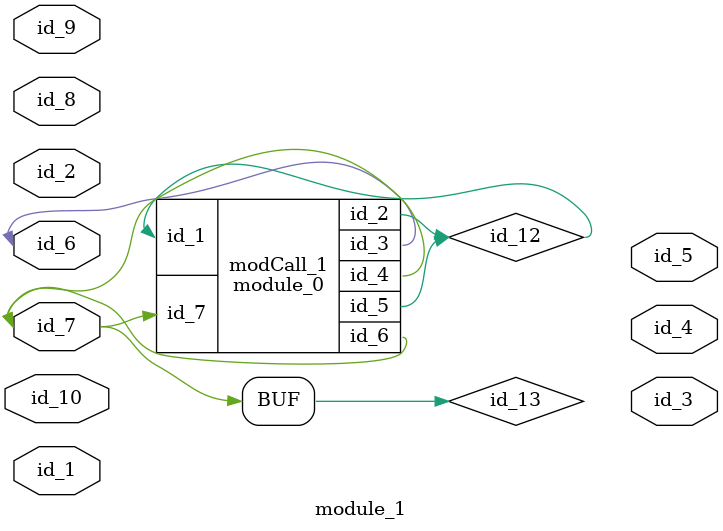
<source format=v>
module module_0 (
    id_1,
    id_2,
    id_3,
    id_4,
    id_5,
    id_6,
    id_7
);
  input wire id_7;
  inout wire id_6;
  inout wire id_5;
  inout wire id_4;
  inout wire id_3;
  inout wire id_2;
  input wire id_1;
  wire id_8;
  assign id_6 = 1'b0 | 1 | id_3;
endmodule
module module_1 (
    id_1,
    id_2,
    id_3,
    id_4,
    id_5,
    id_6,
    id_7,
    id_8,
    id_9,
    id_10
);
  input wire id_10;
  inout wire id_9;
  input wire id_8;
  input wire id_7;
  inout wire id_6;
  output wire id_5;
  output wire id_4;
  output wire id_3;
  input wire id_2;
  inout wire id_1;
  wire id_11;
  wire id_12;
  wire id_13;
  assign id_13 = id_7;
  module_0 modCall_1 (
      id_12,
      id_12,
      id_6,
      id_13,
      id_12,
      id_13,
      id_7
  );
  wire id_14;
endmodule

</source>
